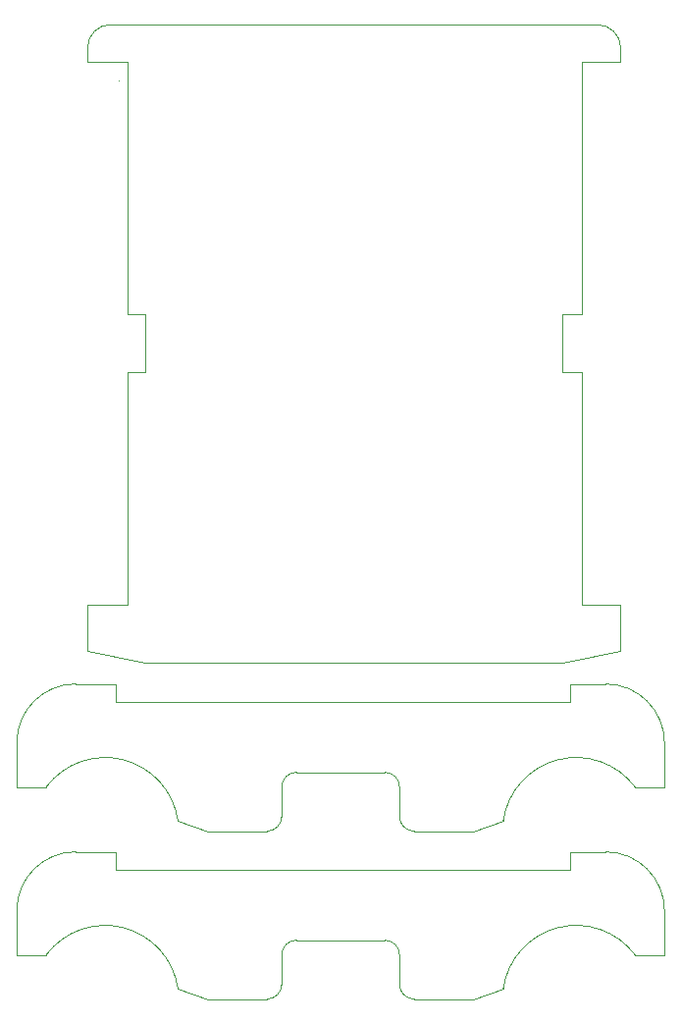
<source format=gm1>
G04 #@! TF.FileFunction,Profile,NP*
%FSLAX46Y46*%
G04 Gerber Fmt 4.6, Leading zero omitted, Abs format (unit mm)*
G04 Created by KiCad (PCBNEW 4.0.5) date 07/13/18 00:02:14*
%MOMM*%
%LPD*%
G01*
G04 APERTURE LIST*
%ADD10C,0.100000*%
G04 APERTURE END LIST*
D10*
X160960002Y-121332000D02*
X157480000Y-121332000D01*
X200160000Y-121332000D02*
X203200002Y-121332000D01*
X200160000Y-121332000D02*
X203200002Y-121332000D01*
X200160002Y-122856000D02*
X200160000Y-121332000D01*
X160960002Y-122856000D02*
X200160002Y-122856000D01*
X160960002Y-121332000D02*
X160960002Y-122856000D01*
X157480000Y-121332000D02*
X160960002Y-121332000D01*
X152400000Y-126412000D02*
G75*
G02X157480000Y-121332000I5080000J0D01*
G01*
X152400000Y-130222000D02*
X152400000Y-126412000D01*
X154940001Y-130222000D02*
X152400000Y-130222000D01*
X154940000Y-130221999D02*
G75*
G02X166310228Y-133162781I5080000J-3810001D01*
G01*
X168934983Y-134032000D02*
X166310228Y-133162781D01*
X173990001Y-134032000D02*
X168934983Y-134032000D01*
X175260001Y-132762000D02*
G75*
G02X173990001Y-134032000I-1270000J0D01*
G01*
X175260001Y-130222000D02*
X175260001Y-132762000D01*
X175260001Y-130222000D02*
G75*
G02X176530001Y-128952000I1270000J0D01*
G01*
X184150001Y-128952000D02*
X176530001Y-128952000D01*
X184150001Y-128952000D02*
G75*
G02X185420001Y-130222000I0J-1270000D01*
G01*
X185420001Y-132762000D02*
X185420001Y-130222000D01*
X186690001Y-134032000D02*
G75*
G02X185420001Y-132762000I0J1270000D01*
G01*
X191769999Y-134032000D02*
X186690001Y-134032000D01*
X194369393Y-133165535D02*
X191769999Y-134032000D01*
X194369393Y-133165534D02*
G75*
G02X205740000Y-130222000I6290607J-866466D01*
G01*
X208280002Y-130222000D02*
X205740000Y-130222000D01*
X208280002Y-126412000D02*
X208280002Y-130222000D01*
X203200002Y-121332000D02*
G75*
G02X208280002Y-126412000I0J-5080000D01*
G01*
X160960002Y-106854000D02*
X157480000Y-106854000D01*
X200160000Y-106854000D02*
X203200002Y-106854000D01*
X200160000Y-106854000D02*
X203200002Y-106854000D01*
X200160002Y-108378000D02*
X200160000Y-106854000D01*
X160960002Y-108378000D02*
X200160002Y-108378000D01*
X160960002Y-106854000D02*
X160960002Y-108378000D01*
X157480000Y-106854000D02*
X160960002Y-106854000D01*
X152400000Y-111934000D02*
G75*
G02X157480000Y-106854000I5080000J0D01*
G01*
X152400000Y-115744000D02*
X152400000Y-111934000D01*
X154940001Y-115744000D02*
X152400000Y-115744000D01*
X154940000Y-115743999D02*
G75*
G02X166310228Y-118684781I5080000J-3810001D01*
G01*
X168934983Y-119554000D02*
X166310228Y-118684781D01*
X173990001Y-119554000D02*
X168934983Y-119554000D01*
X175260001Y-118284000D02*
G75*
G02X173990001Y-119554000I-1270000J0D01*
G01*
X175260001Y-115744000D02*
X175260001Y-118284000D01*
X175260001Y-115744000D02*
G75*
G02X176530001Y-114474000I1270000J0D01*
G01*
X184150001Y-114474000D02*
X176530001Y-114474000D01*
X184150001Y-114474000D02*
G75*
G02X185420001Y-115744000I0J-1270000D01*
G01*
X185420001Y-118284000D02*
X185420001Y-115744000D01*
X186690001Y-119554000D02*
G75*
G02X185420001Y-118284000I0J1270000D01*
G01*
X191769999Y-119554000D02*
X186690001Y-119554000D01*
X194369393Y-118687535D02*
X191769999Y-119554000D01*
X194369393Y-118687534D02*
G75*
G02X205740000Y-115744000I6290607J-866466D01*
G01*
X208280002Y-115744000D02*
X205740000Y-115744000D01*
X208280002Y-111934000D02*
X208280002Y-115744000D01*
X203200002Y-106854000D02*
G75*
G02X208280002Y-111934000I0J-5080000D01*
G01*
X201153788Y-54803625D02*
X201154962Y-54803625D01*
X201153788Y-53203576D02*
X201153788Y-54803625D01*
X201153788Y-53203576D02*
X201841100Y-53203576D01*
X161201100Y-54803603D02*
X161201100Y-54803603D01*
X161942870Y-53203599D02*
X161944138Y-53203599D01*
X158501100Y-52003600D02*
G75*
G02X160501100Y-50003600I2000000J0D01*
G01*
X158501100Y-53203601D02*
X158501100Y-52003600D01*
X161944138Y-53203599D02*
X158501100Y-53203601D01*
X161944138Y-54803603D02*
X161944138Y-53203599D01*
X161944139Y-54803603D02*
X161944138Y-54803603D01*
X161944138Y-54803603D02*
X161944139Y-54803603D01*
X161944138Y-75003600D02*
X161944138Y-54803603D01*
X163501100Y-75003600D02*
X161944138Y-75003600D01*
X163501100Y-80003600D02*
X163501100Y-75003600D01*
X161944138Y-80003600D02*
X163501100Y-80003600D01*
X161944138Y-98203599D02*
X161944138Y-80003600D01*
X161944138Y-99803599D02*
X161944138Y-98203599D01*
X161944138Y-100003600D02*
X161944138Y-99803599D01*
X158501100Y-100003600D02*
X161944138Y-100003600D01*
X158501100Y-104003600D02*
X158501100Y-100003600D01*
X163501100Y-105003600D02*
X158501100Y-104003600D01*
X199501101Y-105003600D02*
X163501100Y-105003600D01*
X204501101Y-104003600D02*
X199501101Y-105003600D01*
X204501101Y-100003600D02*
X204501101Y-104003600D01*
X201153788Y-100003600D02*
X204501101Y-100003600D01*
X201153788Y-99803599D02*
X201153788Y-100003600D01*
X201153788Y-98203599D02*
X201153788Y-99803599D01*
X201153788Y-80003600D02*
X201153788Y-98203599D01*
X199501101Y-80003600D02*
X201153788Y-80003600D01*
X199501101Y-75003600D02*
X199501101Y-80003600D01*
X201153788Y-75003600D02*
X199501101Y-75003600D01*
X201153788Y-54803625D02*
X201153788Y-75003600D01*
X201153788Y-53203576D02*
X201153788Y-54803625D01*
X204501101Y-53203574D02*
X201153788Y-53203576D01*
X204501101Y-52003600D02*
X204501101Y-53203574D01*
X202501101Y-50003600D02*
G75*
G02X204501101Y-52003600I0J-2000000D01*
G01*
X160501100Y-50003600D02*
X202501101Y-50003600D01*
X161201100Y-50003599D02*
X201841100Y-50003599D01*
M02*

</source>
